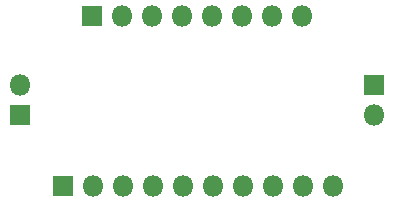
<source format=gbr>
%TF.GenerationSoftware,KiCad,Pcbnew,5.1.6-c6e7f7d~87~ubuntu18.04.1*%
%TF.CreationDate,2020-08-12T00:36:41-03:00*%
%TF.ProjectId,tfAdapter_V1,74664164-6170-4746-9572-5f56312e6b69,rev?*%
%TF.SameCoordinates,Original*%
%TF.FileFunction,Soldermask,Bot*%
%TF.FilePolarity,Negative*%
%FSLAX46Y46*%
G04 Gerber Fmt 4.6, Leading zero omitted, Abs format (unit mm)*
G04 Created by KiCad (PCBNEW 5.1.6-c6e7f7d~87~ubuntu18.04.1) date 2020-08-12 00:36:41*
%MOMM*%
%LPD*%
G01*
G04 APERTURE LIST*
%ADD10O,1.800000X1.800000*%
%ADD11R,1.800000X1.800000*%
G04 APERTURE END LIST*
D10*
%TO.C,J1*%
X138000000Y-97700000D03*
D11*
X138000000Y-100240000D03*
%TD*%
%TO.C,J2*%
X141600000Y-106200000D03*
D10*
X144140000Y-106200000D03*
X146680000Y-106200000D03*
X149220000Y-106200000D03*
X151760000Y-106200000D03*
X154300000Y-106200000D03*
X156840000Y-106200000D03*
X159380000Y-106200000D03*
X161920000Y-106200000D03*
X164460000Y-106200000D03*
%TD*%
D11*
%TO.C,J3*%
X144100000Y-91800000D03*
D10*
X146640000Y-91800000D03*
X149180000Y-91800000D03*
X151720000Y-91800000D03*
X154260000Y-91800000D03*
X156800000Y-91800000D03*
X159340000Y-91800000D03*
X161880000Y-91800000D03*
%TD*%
D11*
%TO.C,J4*%
X168000000Y-97700000D03*
D10*
X168000000Y-100240000D03*
%TD*%
M02*

</source>
